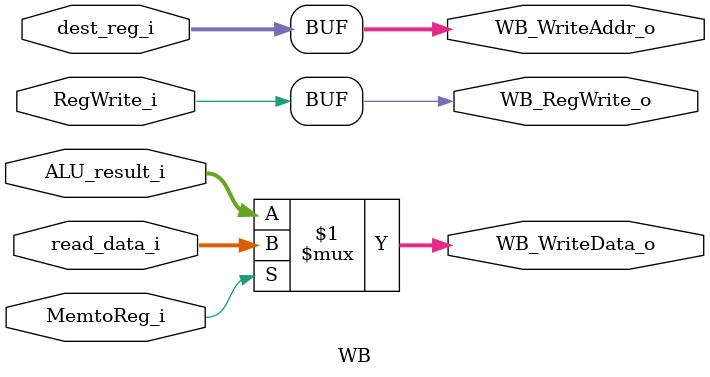
<source format=v>

module WB(
    // ===== MEM/WB pipeline inputs =====
    input         RegWrite_i,       // ¬O§_­n¼g¦^ RF
    input         MemtoReg_i,       // 1 = Memory data, 0 = ALU result
    input  [31:0] read_data_i,      // lw ¸ê®Æ
    input  [31:0] ALU_result_i,     // R-type/addi/sw/lw ªº ALU result
    input  [4:0]  dest_reg_i,       // ³Ì²×­n¼g¦^ªº register index

    // ===== outputs to Register File =====
    output        WB_RegWrite_o,    // µ¹ RF ªº¼g¤J enable
    output [4:0]  WB_WriteAddr_o,   // ¼g¤Jªº¼È¦s¾¹½s¸¹
    output [31:0] WB_WriteData_o    // ¼g¤Jªº¸ê®Æ
);

//
// =====================================
// 1. MemtoReg MUX
// =====================================
// ¨M©w­n¼g¦^­þ­Ó¸ê®Æ
assign WB_WriteData_o = (MemtoReg_i) ? read_data_i : ALU_result_i;      // to ALU mux and RF

//
// =====================================
// 2. ¦^¶Çµ¹ Register File ªº±±¨î
// =====================================
assign WB_RegWrite_o  = RegWrite_i;    // ¬O§_­n¼g¦^, to forwarding unit and RF
assign WB_WriteAddr_o = dest_reg_i;    // ¼g¦^­þ­Ó¼È¦s¾¹ to forwarding unit and RF

endmodule

</source>
